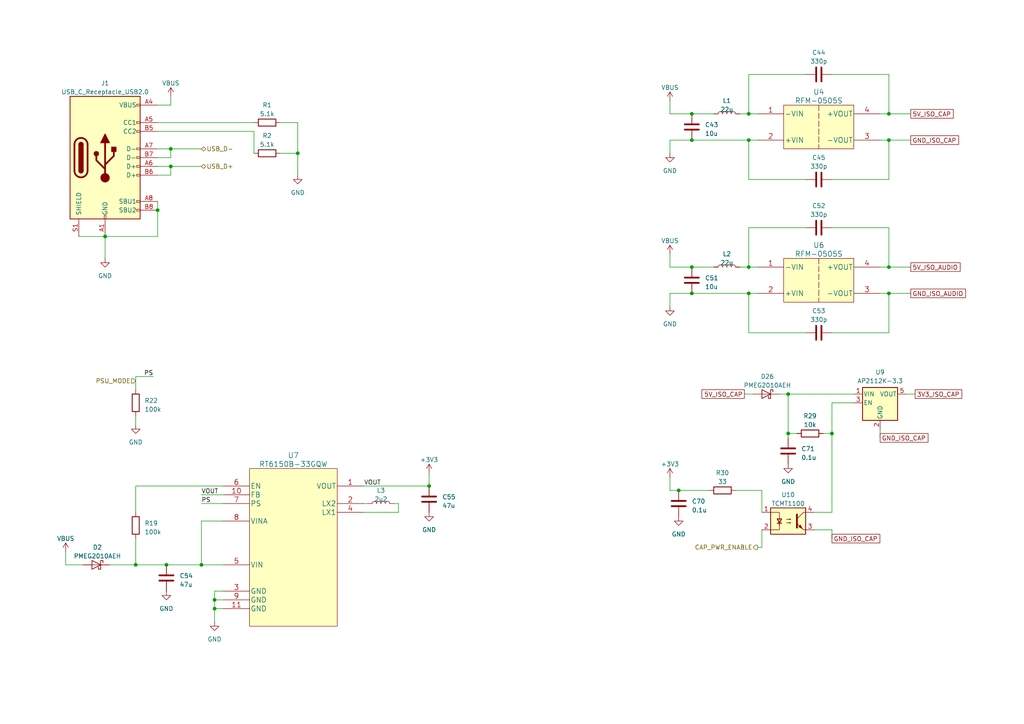
<source format=kicad_sch>
(kicad_sch (version 20230121) (generator eeschema)
  (paper "A4")
  (lib_symbols
    (symbol "2023-03-08_01-27-09:RFM-0505S" (pin_names (offset 0.254))
      (property "Reference" "U" (at 20.32 11.684 0))
      (property "Value" "RFM-0505S" (at 20.32 9.144 0))
      (symbol "RFM-0505S_1_1"
        (polyline (pts (xy 20.32 5.08) (xy 20.32 -7.62)) (stroke (width 0) (type dash)))
        (rectangle (start 10.16 5.08) (end 30.48 -7.62) (fill (type background)))
        (pin power_in line (at 2.54 2.54 0) (length 7.62) (name "-VIN") (number "1"))
        (pin power_in line (at 2.54 -5.08 0) (length 7.62) (name "+VIN") (number "2"))
        (pin power_out line (at 38.1 -5.08 180) (length 7.62) (name "-VOUT") (number "3"))
        (pin power_out line (at 38.1 2.54 180) (length 7.62) (name "+VOUT") (number "4"))
      )
    )
    (symbol "2023-03-08_23-59-12:RT6150B-33GQW" (pin_names (offset 0.254))
      (property "Reference" "U" (at 20.32 10.16 0))
      (property "Value" "RT6150B-33GQW" (at 20.32 7.62 0))
      (symbol "RT6150B-33GQW_1_1"
        (rectangle (start 7.62 5.08) (end 33.02 -40.64) (fill (type background)))
        (pin output line (at 40.64 0 180) (length 7.62) (name "VOUT") (number "1"))
        (pin input line (at 0 -2.54 0) (length 7.62) (name "FB") (number "10"))
        (pin power_in line (at 0 -35.56 0) (length 7.62) (name "GND") (number "11"))
        (pin unspecified line (at 40.64 -5.08 180) (length 7.62) (name "LX2") (number "2"))
        (pin power_in line (at 0 -30.48 0) (length 7.62) (name "GND") (number "3"))
        (pin unspecified line (at 40.64 -7.62 180) (length 7.62) (name "LX1") (number "4"))
        (pin power_in line (at 0 -22.86 0) (length 7.62) (name "VIN") (number "5"))
        (pin input line (at 0 0 0) (length 7.62) (name "EN") (number "6"))
        (pin input line (at 0 -5.08 0) (length 7.62) (name "PS") (number "7"))
        (pin input line (at 0 -10.16 0) (length 7.62) (name "VINA") (number "8"))
        (pin power_in line (at 0 -33.02 0) (length 7.62) (name "GND") (number "9"))
      )
    )
    (symbol "Connector:USB_C_Receptacle_USB2.0" (pin_names (offset 1.016))
      (property "Reference" "J" (at -10.16 19.05 0))
      (property "Value" "USB_C_Receptacle_USB2.0" (at 19.05 19.05 0))
      (symbol "USB_C_Receptacle_USB2.0_0_0"
        (rectangle (start -0.254 -17.78) (end 0.254 -16.764))
        (rectangle (start 10.16 -14.986) (end 9.144 -15.494))
        (rectangle (start 10.16 -12.446) (end 9.144 -12.954))
        (rectangle (start 10.16 -4.826) (end 9.144 -5.334))
        (rectangle (start 10.16 -2.286) (end 9.144 -2.794))
        (rectangle (start 10.16 0.254) (end 9.144 -0.254))
        (rectangle (start 10.16 2.794) (end 9.144 2.286))
        (rectangle (start 10.16 7.874) (end 9.144 7.366))
        (rectangle (start 10.16 10.414) (end 9.144 9.906))
        (rectangle (start 10.16 15.494) (end 9.144 14.986))
      )
      (symbol "USB_C_Receptacle_USB2.0_0_1"
        (rectangle (start -10.16 17.78) (end 10.16 -17.78) (stroke (width 0.254)) (fill (type background)))
        (arc (start -8.89 -3.81) (mid -6.985 -5.7067) (end -5.08 -3.81) (stroke (width 0.508)))
        (arc (start -7.62 -3.81) (mid -6.985 -4.4423) (end -6.35 -3.81) (stroke (width 0.254)))
        (arc (start -7.62 -3.81) (mid -6.985 -4.4423) (end -6.35 -3.81) (stroke (width 0.254)) (fill (type outline)))
        (rectangle (start -7.62 -3.81) (end -6.35 3.81) (stroke (width 0.254)) (fill (type outline)))
        (arc (start -6.35 3.81) (mid -6.985 4.4423) (end -7.62 3.81) (stroke (width 0.254)))
        (arc (start -6.35 3.81) (mid -6.985 4.4423) (end -7.62 3.81) (stroke (width 0.254)) (fill (type outline)))
        (arc (start -5.08 3.81) (mid -6.985 5.7067) (end -8.89 3.81) (stroke (width 0.508)))
        (circle (center -2.54 1.143) (radius 0.635) (stroke (width 0.254)) (fill (type outline)))
        (circle (center 0 -5.842) (radius 1.27) (fill (type outline)))
        (polyline (pts (xy -8.89 -3.81) (xy -8.89 3.81)) (stroke (width 0.508)))
        (polyline (pts (xy -5.08 3.81) (xy -5.08 -3.81)) (stroke (width 0.508)))
        (polyline (pts (xy 0 -5.842) (xy 0 4.318)) (stroke (width 0.508)))
        (polyline (pts (xy 0 -3.302) (xy -2.54 -0.762) (xy -2.54 0.508)) (stroke (width 0.508)))
        (polyline (pts (xy 0 -2.032) (xy 2.54 0.508) (xy 2.54 1.778)) (stroke (width 0.508)))
        (polyline (pts (xy -1.27 4.318) (xy 0 6.858) (xy 1.27 4.318) (xy -1.27 4.318)) (stroke (width 0.254)) (fill (type outline)))
        (rectangle (start 1.905 1.778) (end 3.175 3.048) (stroke (width 0.254)) (fill (type outline)))
      )
      (symbol "USB_C_Receptacle_USB2.0_1_1"
        (pin passive line (at 0 -22.86 90) (length 5.08) (name "GND") (number "A1"))
        (pin passive line (at 0 -22.86 90) (length 5.08) hide (name "GND") (number "A12"))
        (pin passive line (at 15.24 15.24 180) (length 5.08) (name "VBUS") (number "A4"))
        (pin bidirectional line (at 15.24 10.16 180) (length 5.08) (name "CC1") (number "A5"))
        (pin bidirectional line (at 15.24 -2.54 180) (length 5.08) (name "D+") (number "A6"))
        (pin bidirectional line (at 15.24 2.54 180) (length 5.08) (name "D-") (number "A7"))
        (pin bidirectional line (at 15.24 -12.7 180) (length 5.08) (name "SBU1") (number "A8"))
        (pin passive line (at 15.24 15.24 180) (length 5.08) hide (name "VBUS") (number "A9"))
        (pin passive line (at 0 -22.86 90) (length 5.08) hide (name "GND") (number "B1"))
        (pin passive line (at 0 -22.86 90) (length 5.08) hide (name "GND") (number "B12"))
        (pin passive line (at 15.24 15.24 180) (length 5.08) hide (name "VBUS") (number "B4"))
        (pin bidirectional line (at 15.24 7.62 180) (length 5.08) (name "CC2") (number "B5"))
        (pin bidirectional line (at 15.24 -5.08 180) (length 5.08) (name "D+") (number "B6"))
        (pin bidirectional line (at 15.24 0 180) (length 5.08) (name "D-") (number "B7"))
        (pin bidirectional line (at 15.24 -15.24 180) (length 5.08) (name "SBU2") (number "B8"))
        (pin passive line (at 15.24 15.24 180) (length 5.08) hide (name "VBUS") (number "B9"))
        (pin passive line (at -7.62 -22.86 90) (length 5.08) (name "SHIELD") (number "S1"))
      )
    )
    (symbol "Device:C" (pin_numbers hide) (pin_names (offset 0.254))
      (property "Reference" "C" (at 0.635 2.54 0))
      (property "Value" "C" (at 0.635 -2.54 0))
      (symbol "C_0_1"
        (polyline (pts (xy -2.032 -0.762) (xy 2.032 -0.762)) (stroke (width 0.508)))
        (polyline (pts (xy -2.032 0.762) (xy 2.032 0.762)) (stroke (width 0.508)))
      )
      (symbol "C_1_1"
        (pin passive line (at 0 3.81 270) (length 2.794) (name "~") (number "1"))
        (pin passive line (at 0 -3.81 90) (length 2.794) (name "~") (number "2"))
      )
    )
    (symbol "Device:L" (pin_numbers hide) (pin_names (offset 1.016) hide)
      (property "Reference" "L" (at -1.27 0 90))
      (property "Value" "L" (at 1.905 0 90))
      (symbol "L_0_1"
        (arc (start 0 -2.54) (mid 0.6323 -1.905) (end 0 -1.27))
        (arc (start 0 -1.27) (mid 0.6323 -0.635) (end 0 0))
        (arc (start 0 0) (mid 0.6323 0.635) (end 0 1.27))
        (arc (start 0 1.27) (mid 0.6323 1.905) (end 0 2.54))
      )
      (symbol "L_1_1"
        (pin passive line (at 0 3.81 270) (length 1.27) (name "1") (number "1"))
        (pin passive line (at 0 -3.81 90) (length 1.27) (name "2") (number "2"))
      )
    )
    (symbol "Device:R" (pin_numbers hide) (pin_names (offset 0))
      (property "Reference" "R" (at 2.032 0 90))
      (property "Value" "R" (at 0 0 90))
      (symbol "R_0_1"
        (rectangle (start -1.016 -2.54) (end 1.016 2.54) (stroke (width 0.254)))
      )
      (symbol "R_1_1"
        (pin passive line (at 0 3.81 270) (length 1.27) (name "~") (number "1"))
        (pin passive line (at 0 -3.81 90) (length 1.27) (name "~") (number "2"))
      )
    )
    (symbol "Diode:PMEG2010AEH" (pin_numbers hide) (pin_names hide)
      (property "Reference" "D" (at 0 2.54 0))
      (property "Value" "PMEG2010AEH" (at 0 -2.54 0))
      (symbol "PMEG2010AEH_0_1"
        (polyline (pts (xy 1.27 0) (xy -1.27 0)))
        (polyline (pts (xy 1.27 1.27) (xy 1.27 -1.27) (xy -1.27 0) (xy 1.27 1.27)) (stroke (width 0.2032)))
        (polyline (pts (xy -1.905 0.635) (xy -1.905 1.27) (xy -1.27 1.27) (xy -1.27 -1.27) (xy -0.635 -1.27) (xy -0.635 -0.635)) (stroke (width 0.2032)))
      )
      (symbol "PMEG2010AEH_1_1"
        (pin passive line (at -3.81 0 0) (length 2.54) (name "K") (number "1"))
        (pin passive line (at 3.81 0 180) (length 2.54) (name "A") (number "2"))
      )
    )
    (symbol "Isolator:TCMT1100" (pin_names (offset 1.016))
      (property "Reference" "U" (at 0 5.08 0))
      (property "Value" "TCMT1100" (at 0 -5.08 0))
      (symbol "TCMT1100_1_1"
        (rectangle (start -5.08 3.81) (end 5.08 -3.81) (stroke (width 0.254)) (fill (type background)))
        (polyline (pts (xy -3.175 -0.635) (xy -1.905 -0.635)) (stroke (width 0.254)))
        (polyline (pts (xy 2.54 0.635) (xy 4.445 2.54)))
        (polyline (pts (xy 4.445 -2.54) (xy 2.54 -0.635)) (fill (type outline)))
        (polyline (pts (xy 4.445 -2.54) (xy 5.08 -2.54)))
        (polyline (pts (xy 4.445 2.54) (xy 5.08 2.54)))
        (polyline (pts (xy -2.54 -0.635) (xy -2.54 -2.54) (xy -5.08 -2.54)))
        (polyline (pts (xy 2.54 1.905) (xy 2.54 -1.905) (xy 2.54 -1.905)) (stroke (width 0.508)))
        (polyline (pts (xy -5.08 2.54) (xy -2.54 2.54) (xy -2.54 -1.27) (xy -2.54 0.635)))
        (polyline (pts (xy -2.54 -0.635) (xy -3.175 0.635) (xy -1.905 0.635) (xy -2.54 -0.635)) (stroke (width 0.254)))
        (polyline (pts (xy -0.508 -0.508) (xy 0.762 -0.508) (xy 0.381 -0.635) (xy 0.381 -0.381) (xy 0.762 -0.508)))
        (polyline (pts (xy -0.508 0.508) (xy 0.762 0.508) (xy 0.381 0.381) (xy 0.381 0.635) (xy 0.762 0.508)))
        (polyline (pts (xy 3.048 -1.651) (xy 3.556 -1.143) (xy 4.064 -2.159) (xy 3.048 -1.651) (xy 3.048 -1.651)) (fill (type outline)))
        (pin passive line (at -7.62 2.54 0) (length 2.54) (name "~") (number "1"))
        (pin passive line (at -7.62 -2.54 0) (length 2.54) (name "~") (number "2"))
        (pin passive line (at 7.62 -2.54 180) (length 2.54) (name "~") (number "3"))
        (pin passive line (at 7.62 2.54 180) (length 2.54) (name "~") (number "4"))
      )
    )
    (symbol "Regulator_Linear:AP2112K-3.3" (pin_names (offset 0.254))
      (property "Reference" "U" (at -5.08 5.715 0))
      (property "Value" "AP2112K-3.3" (at 0 5.715 0))
      (symbol "AP2112K-3.3_0_1"
        (rectangle (start -5.08 4.445) (end 5.08 -5.08) (stroke (width 0.254)) (fill (type background)))
      )
      (symbol "AP2112K-3.3_1_1"
        (pin power_in line (at -7.62 2.54 0) (length 2.54) (name "VIN") (number "1"))
        (pin power_in line (at 0 -7.62 90) (length 2.54) (name "GND") (number "2"))
        (pin input line (at -7.62 0 0) (length 2.54) (name "EN") (number "3"))
        (pin no_connect line (at 5.08 0 180) (length 2.54) hide (name "NC") (number "4"))
        (pin power_out line (at 7.62 2.54 180) (length 2.54) (name "VOUT") (number "5"))
      )
    )
    (symbol "power:+3V3" (power) (pin_names (offset 0))
      (property "Value" "+3V3" (at 0 3.556 0))
      (symbol "+3V3_0_1"
        (polyline (pts (xy -0.762 1.27) (xy 0 2.54)))
        (polyline (pts (xy 0 0) (xy 0 2.54)))
        (polyline (pts (xy 0 2.54) (xy 0.762 1.27)))
      )
      (symbol "+3V3_1_1"
        (pin power_in line (at 0 0 90) (length 0) hide (name "+3V3") (number "1"))
      )
    )
    (symbol "power:GND" (power) (pin_names (offset 0))
      (property "Value" "GND" (at 0 -3.81 0))
      (symbol "GND_0_1"
        (polyline (pts (xy 0 0) (xy 0 -1.27) (xy 1.27 -1.27) (xy 0 -2.54) (xy -1.27 -1.27) (xy 0 -1.27)))
      )
      (symbol "GND_1_1"
        (pin power_in line (at 0 0 270) (length 0) hide (name "GND") (number "1"))
      )
    )
    (symbol "power:VBUS" (power) (pin_names (offset 0))
      (property "Value" "VBUS" (at 0 3.81 0))
      (symbol "VBUS_0_1"
        (polyline (pts (xy -0.762 1.27) (xy 0 2.54)))
        (polyline (pts (xy 0 0) (xy 0 2.54)))
        (polyline (pts (xy 0 2.54) (xy 0.762 1.27)))
      )
      (symbol "VBUS_1_1"
        (pin power_in line (at 0 0 90) (length 0) hide (name "VBUS") (number "1"))
      )
    )
  )
  (junction (at 49.53 43.18))
  (junction (at 200.66 33.02))
  (junction (at 49.53 48.26))
  (junction (at 200.66 77.47))
  (junction (at 62.23 176.53))
  (junction (at 124.46 140.97))
  (junction (at 217.17 85.09))
  (junction (at 228.6 125.73))
  (junction (at 196.85 142.24))
  (junction (at 48.26 163.83))
  (junction (at 58.42 163.83))
  (junction (at 30.48 68.58))
  (junction (at 257.81 40.64))
  (junction (at 241.3 125.73))
  (junction (at 217.17 77.47))
  (junction (at 257.81 77.47))
  (junction (at 217.17 40.64))
  (junction (at 228.6 114.3))
  (junction (at 200.66 40.64))
  (junction (at 217.17 33.02))
  (junction (at 257.81 33.02))
  (junction (at 45.72 60.96))
  (junction (at 86.36 44.45))
  (junction (at 39.37 163.83))
  (junction (at 62.23 173.99))
  (junction (at 200.66 85.09))
  (junction (at 257.81 85.09))
  (wire (pts (xy 64.77 151.13) (xy 58.42 151.13)))
  (wire (pts (xy 264.16 33.02) (xy 257.81 33.02)))
  (wire (pts (xy 39.37 148.59) (xy 39.37 140.97)))
  (wire (pts (xy 217.17 40.64) (xy 217.17 52.07)))
  (wire (pts (xy 105.41 140.97) (xy 124.46 140.97)))
  (wire (pts (xy 49.53 27.94) (xy 49.53 30.48)))
  (wire (pts (xy 200.66 40.64) (xy 217.17 40.64)))
  (wire (pts (xy 220.98 158.75) (xy 220.98 153.67)))
  (wire (pts (xy 86.36 35.56) (xy 86.36 44.45)))
  (wire (pts (xy 255.27 77.47) (xy 257.81 77.47)))
  (wire (pts (xy 215.9 114.3) (xy 218.44 114.3)))
  (wire (pts (xy 217.17 40.64) (xy 219.71 40.64)))
  (wire (pts (xy 217.17 52.07) (xy 233.68 52.07)))
  (wire (pts (xy 255.27 124.46) (xy 255.27 127)))
  (wire (pts (xy 194.31 40.64) (xy 200.66 40.64)))
  (wire (pts (xy 44.45 109.22) (xy 39.37 109.22)))
  (wire (pts (xy 219.71 158.75) (xy 220.98 158.75)))
  (wire (pts (xy 257.81 52.07) (xy 241.3 52.07)))
  (wire (pts (xy 39.37 163.83) (xy 48.26 163.83)))
  (wire (pts (xy 241.3 116.84) (xy 247.65 116.84)))
  (wire (pts (xy 217.17 85.09) (xy 217.17 96.52)))
  (wire (pts (xy 58.42 163.83) (xy 64.77 163.83)))
  (wire (pts (xy 45.72 58.42) (xy 45.72 60.96)))
  (wire (pts (xy 214.63 33.02) (xy 217.17 33.02)))
  (wire (pts (xy 257.81 96.52) (xy 241.3 96.52)))
  (wire (pts (xy 217.17 33.02) (xy 219.71 33.02)))
  (wire (pts (xy 124.46 140.97) (xy 124.46 137.16)))
  (wire (pts (xy 257.81 21.59) (xy 257.81 33.02)))
  (wire (pts (xy 255.27 33.02) (xy 257.81 33.02)))
  (wire (pts (xy 228.6 114.3) (xy 247.65 114.3)))
  (wire (pts (xy 58.42 146.05) (xy 64.77 146.05)))
  (wire (pts (xy 81.28 44.45) (xy 86.36 44.45)))
  (wire (pts (xy 226.06 114.3) (xy 228.6 114.3)))
  (wire (pts (xy 241.3 21.59) (xy 257.81 21.59)))
  (wire (pts (xy 19.05 163.83) (xy 24.13 163.83)))
  (wire (pts (xy 241.3 66.04) (xy 257.81 66.04)))
  (wire (pts (xy 194.31 33.02) (xy 200.66 33.02)))
  (wire (pts (xy 255.27 85.09) (xy 257.81 85.09)))
  (wire (pts (xy 196.85 142.24) (xy 194.31 142.24)))
  (wire (pts (xy 45.72 45.72) (xy 49.53 45.72)))
  (wire (pts (xy 73.66 38.1) (xy 73.66 44.45)))
  (wire (pts (xy 39.37 156.21) (xy 39.37 163.83)))
  (wire (pts (xy 194.31 138.43) (xy 194.31 142.24)))
  (wire (pts (xy 241.3 125.73) (xy 241.3 148.59)))
  (wire (pts (xy 45.72 68.58) (xy 30.48 68.58)))
  (wire (pts (xy 115.57 146.05) (xy 115.57 148.59)))
  (wire (pts (xy 220.98 142.24) (xy 213.36 142.24)))
  (wire (pts (xy 217.17 21.59) (xy 233.68 21.59)))
  (wire (pts (xy 205.74 142.24) (xy 196.85 142.24)))
  (wire (pts (xy 241.3 156.21) (xy 241.3 153.67)))
  (wire (pts (xy 45.72 35.56) (xy 73.66 35.56)))
  (wire (pts (xy 238.76 125.73) (xy 241.3 125.73)))
  (wire (pts (xy 45.72 30.48) (xy 49.53 30.48)))
  (wire (pts (xy 257.81 85.09) (xy 257.81 96.52)))
  (wire (pts (xy 241.3 148.59) (xy 236.22 148.59)))
  (wire (pts (xy 62.23 173.99) (xy 64.77 173.99)))
  (wire (pts (xy 194.31 88.9) (xy 194.31 85.09)))
  (wire (pts (xy 262.89 114.3) (xy 265.43 114.3)))
  (wire (pts (xy 228.6 114.3) (xy 228.6 125.73)))
  (wire (pts (xy 194.31 85.09) (xy 200.66 85.09)))
  (wire (pts (xy 62.23 176.53) (xy 62.23 180.34)))
  (wire (pts (xy 264.16 40.64) (xy 257.81 40.64)))
  (wire (pts (xy 217.17 77.47) (xy 219.71 77.47)))
  (wire (pts (xy 200.66 33.02) (xy 207.01 33.02)))
  (wire (pts (xy 115.57 146.05) (xy 114.3 146.05)))
  (wire (pts (xy 48.26 163.83) (xy 58.42 163.83)))
  (wire (pts (xy 241.3 153.67) (xy 236.22 153.67)))
  (wire (pts (xy 49.53 43.18) (xy 58.42 43.18)))
  (wire (pts (xy 30.48 68.58) (xy 30.48 74.93)))
  (wire (pts (xy 264.16 77.47) (xy 257.81 77.47)))
  (wire (pts (xy 217.17 96.52) (xy 233.68 96.52)))
  (wire (pts (xy 194.31 77.47) (xy 200.66 77.47)))
  (wire (pts (xy 86.36 44.45) (xy 86.36 50.8)))
  (wire (pts (xy 257.81 40.64) (xy 257.81 52.07)))
  (wire (pts (xy 217.17 33.02) (xy 217.17 21.59)))
  (wire (pts (xy 31.75 163.83) (xy 39.37 163.83)))
  (wire (pts (xy 200.66 77.47) (xy 207.01 77.47)))
  (wire (pts (xy 58.42 143.51) (xy 64.77 143.51)))
  (wire (pts (xy 62.23 171.45) (xy 62.23 173.99)))
  (wire (pts (xy 217.17 77.47) (xy 217.17 66.04)))
  (wire (pts (xy 257.81 66.04) (xy 257.81 77.47)))
  (wire (pts (xy 45.72 48.26) (xy 49.53 48.26)))
  (wire (pts (xy 45.72 60.96) (xy 45.72 68.58)))
  (wire (pts (xy 62.23 176.53) (xy 64.77 176.53)))
  (wire (pts (xy 217.17 85.09) (xy 219.71 85.09)))
  (wire (pts (xy 228.6 127) (xy 228.6 125.73)))
  (wire (pts (xy 217.17 66.04) (xy 233.68 66.04)))
  (wire (pts (xy 49.53 45.72) (xy 49.53 43.18)))
  (wire (pts (xy 39.37 140.97) (xy 64.77 140.97)))
  (wire (pts (xy 194.31 44.45) (xy 194.31 40.64)))
  (wire (pts (xy 58.42 151.13) (xy 58.42 163.83)))
  (wire (pts (xy 255.27 40.64) (xy 257.81 40.64)))
  (wire (pts (xy 30.48 68.58) (xy 22.86 68.58)))
  (wire (pts (xy 64.77 171.45) (xy 62.23 171.45)))
  (wire (pts (xy 45.72 50.8) (xy 49.53 50.8)))
  (wire (pts (xy 214.63 77.47) (xy 217.17 77.47)))
  (wire (pts (xy 49.53 50.8) (xy 49.53 48.26)))
  (wire (pts (xy 81.28 35.56) (xy 86.36 35.56)))
  (wire (pts (xy 241.3 125.73) (xy 241.3 116.84)))
  (wire (pts (xy 39.37 120.65) (xy 39.37 123.19)))
  (wire (pts (xy 45.72 38.1) (xy 73.66 38.1)))
  (wire (pts (xy 220.98 142.24) (xy 220.98 148.59)))
  (wire (pts (xy 194.31 29.21) (xy 194.31 33.02)))
  (wire (pts (xy 264.16 85.09) (xy 257.81 85.09)))
  (wire (pts (xy 45.72 43.18) (xy 49.53 43.18)))
  (wire (pts (xy 228.6 125.73) (xy 231.14 125.73)))
  (wire (pts (xy 39.37 109.22) (xy 39.37 113.03)))
  (wire (pts (xy 105.41 146.05) (xy 106.68 146.05)))
  (wire (pts (xy 49.53 48.26) (xy 58.42 48.26)))
  (wire (pts (xy 19.05 160.02) (xy 19.05 163.83)))
  (wire (pts (xy 115.57 148.59) (xy 105.41 148.59)))
  (wire (pts (xy 62.23 173.99) (xy 62.23 176.53)))
  (wire (pts (xy 194.31 73.66) (xy 194.31 77.47)))
  (wire (pts (xy 200.66 85.09) (xy 217.17 85.09)))
  (label "PS" (at 58.42 146.05 0))
  (label "VOUT" (at 110.49 140.97 180))
  (label "VOUT" (at 58.42 143.51 0))
  (label "PS" (at 44.45 109.22 180))
  (global_label "5V_ISO_CAP" (shape passive) (at 264.16 33.02 0) (property "Intersheetrefs" "${INTERSHEET_REFS}" (effects hide)))
  (global_label "GND_ISO_CAP" (shape passive) (at 264.16 40.64 0) (property "Intersheetrefs" "${INTERSHEET_REFS}" (effects hide)))
  (global_label "GND_ISO_CAP" (shape passive) (at 255.27 127 0) (property "Intersheetrefs" "${INTERSHEET_REFS}" (effects hide)))
  (global_label "GND_ISO_CAP" (shape passive) (at 241.3 156.21 0) (property "Intersheetrefs" "${INTERSHEET_REFS}" (effects hide)))
  (global_label "3V3_ISO_CAP" (shape passive) (at 265.43 114.3 0) (property "Intersheetrefs" "${INTERSHEET_REFS}" (effects hide)))
  (global_label "GND_ISO_AUDIO" (shape passive) (at 264.16 85.09 0) (property "Intersheetrefs" "${INTERSHEET_REFS}" (effects hide)))
  (global_label "5V_ISO_AUDIO" (shape passive) (at 264.16 77.47 0) (property "Intersheetrefs" "${INTERSHEET_REFS}" (effects hide)))
  (global_label "5V_ISO_CAP" (shape passive) (at 215.9 114.3 180) (property "Intersheetrefs" "${INTERSHEET_REFS}" (effects hide)))
  (hierarchical_label "CAP_PWR_ENABLE" (shape output) (at 219.71 158.75 180))
  (hierarchical_label "USB_D-" (shape bidirectional) (at 58.42 43.18 0))
  (hierarchical_label "PSU_MODE" (shape input) (at 39.37 110.49 180))
  (hierarchical_label "USB_D+" (shape bidirectional) (at 58.42 48.26 0))
  (symbol (lib_id "Device:L") (at 210.82 77.47 90) (unit 1)
    (property "Reference" "L2" (at 210.82 73.66 90))
    (property "Value" "22u" (at 210.82 76.2 90))
  )
  (symbol (lib_id "Diode:PMEG2010AEH") (at 27.94 163.83 0) (mirror y) (unit 1)
    (property "Reference" "D2" (at 28.2575 158.75 0))
    (property "Value" "PMEG2010AEH" (at 28.2575 161.29 0))
    (property "Footprint" "Diode_SMD:D_SOD-123F" (effects hide))
    (property "Datasheet" "https://assets.nexperia.com/documents/data-sheet/PMEG2010AEH_PMEG2010AET.pdf" (effects hide))
  )
  (symbol (lib_id "Isolator:TCMT1100") (at 228.6 151.13 0) (unit 1)
    (property "Reference" "U10" (at 228.6 143.51 0))
    (property "Value" "TCMT1100" (at 228.6 146.05 0))
    (property "Footprint" "Package_SO:SOP-4_4.4x2.6mm_P1.27mm" (effects hide))
    (property "Datasheet" "http://www.vishay.com/docs/83510/tcmt1100.pdf" (effects hide))
  )
  (symbol (lib_id "Device:C") (at 237.49 21.59 90) (unit 1)
    (property "Reference" "C44" (at 237.49 15.24 90))
    (property "Value" "330p" (at 237.49 17.78 90))
  )
  (symbol (lib_id "power:GND") (at 194.31 88.9 0) (unit 1)
    (property "Reference" "#PWR0127" (effects hide))
    (property "Value" "GND" (at 194.31 93.98 0))
  )
  (symbol (lib_id "2023-03-08_23-59-12:RT6150B-33GQW") (at 64.77 140.97 0) (unit 1)
    (property "Reference" "U7" (at 85.09 132.08 0) (effects (font (size 1.524 1.524))))
    (property "Value" "RT6150B-33GQW" (at 85.09 134.62 0) (effects (font (size 1.524 1.524))))
    (property "Footprint" "10-WFDFN-EP_RIT" (effects hide))
  )
  (symbol (lib_id "2023-03-08_01-27-09:RFM-0505S") (at 217.17 35.56 0) (unit 1)
    (property "Reference" "U4" (at 237.49 26.67 0) (effects (font (size 1.524 1.524))))
    (property "Value" "RFM-0505S" (at 237.49 29.21 0) (effects (font (size 1.524 1.524))))
    (property "Footprint" "RFM_RCP" (effects hide))
  )
  (symbol (lib_id "Device:R") (at 39.37 116.84 0) (unit 1)
    (property "Reference" "R22" (at 41.91 116.205 0) (effects (justify left)))
    (property "Value" "100k" (at 41.91 118.745 0) (effects (justify left)))
  )
  (symbol (lib_id "power:+3V3") (at 124.46 137.16 0) (unit 1)
    (property "Reference" "#PWR0128" (effects hide))
    (property "Value" "+3V3" (at 124.46 133.35 0))
  )
  (symbol (lib_id "Device:C") (at 237.49 66.04 90) (unit 1)
    (property "Reference" "C52" (at 237.49 59.69 90))
    (property "Value" "330p" (at 237.49 62.23 90))
  )
  (symbol (lib_id "power:GND") (at 196.85 149.86 0) (unit 1)
    (property "Reference" "#PWR0168" (effects hide))
    (property "Value" "GND" (at 196.85 154.94 0))
  )
  (symbol (lib_id "Device:C") (at 200.66 36.83 0) (unit 1)
    (property "Reference" "C43" (at 204.47 36.195 0) (effects (justify left)))
    (property "Value" "10u" (at 204.47 38.735 0) (effects (justify left)))
  )
  (symbol (lib_id "Device:R") (at 77.47 35.56 90) (unit 1)
    (property "Reference" "R1" (at 77.47 30.48 90))
    (property "Value" "5.1k" (at 77.47 33.02 90))
  )
  (symbol (lib_id "power:VBUS") (at 194.31 29.21 0) (unit 1)
    (property "Reference" "#PWR0115" (effects hide))
    (property "Value" "VBUS" (at 194.31 25.4 0))
  )
  (symbol (lib_id "Regulator_Linear:AP2112K-3.3") (at 255.27 116.84 0) (unit 1)
    (property "Reference" "U9" (at 255.27 107.95 0))
    (property "Value" "AP2112K-3.3" (at 255.27 110.49 0))
    (property "Footprint" "Package_TO_SOT_SMD:SOT-23-5" (effects hide))
    (property "Datasheet" "https://www.diodes.com/assets/Datasheets/AP2112.pdf" (effects hide))
  )
  (symbol (lib_id "power:GND") (at 39.37 123.19 0) (unit 1)
    (property "Reference" "#PWR0132" (effects hide))
    (property "Value" "GND" (at 39.37 128.27 0))
  )
  (symbol (lib_id "power:VBUS") (at 194.31 73.66 0) (unit 1)
    (property "Reference" "#PWR0126" (effects hide))
    (property "Value" "VBUS" (at 194.31 69.85 0))
  )
  (symbol (lib_id "Device:R") (at 209.55 142.24 90) (unit 1)
    (property "Reference" "R30" (at 209.55 137.16 90))
    (property "Value" "33" (at 209.55 139.7 90))
  )
  (symbol (lib_id "power:GND") (at 194.31 44.45 0) (unit 1)
    (property "Reference" "#PWR0114" (effects hide))
    (property "Value" "GND" (at 194.31 49.53 0))
  )
  (symbol (lib_id "power:GND") (at 124.46 148.59 0) (unit 1)
    (property "Reference" "#PWR0133" (effects hide))
    (property "Value" "GND" (at 124.46 153.67 0))
  )
  (symbol (lib_id "Device:C") (at 48.26 167.64 0) (unit 1)
    (property "Reference" "C54" (at 52.07 167.005 0) (effects (justify left)))
    (property "Value" "47u" (at 52.07 169.545 0) (effects (justify left)))
  )
  (symbol (lib_id "Device:C") (at 237.49 96.52 90) (unit 1)
    (property "Reference" "C53" (at 237.49 90.17 90))
    (property "Value" "330p" (at 237.49 92.71 90))
  )
  (symbol (lib_id "Device:C") (at 228.6 130.81 0) (unit 1)
    (property "Reference" "C71" (at 232.41 130.175 0) (effects (justify left)))
    (property "Value" "0.1u" (at 232.41 132.715 0) (effects (justify left)))
  )
  (symbol (lib_id "Device:R") (at 77.47 44.45 90) (unit 1)
    (property "Reference" "R2" (at 77.47 39.37 90))
    (property "Value" "5.1k" (at 77.47 41.91 90))
  )
  (symbol (lib_id "Connector:USB_C_Receptacle_USB2.0") (at 30.48 45.72 0) (unit 1)
    (property "Reference" "J1" (at 30.48 24.13 0))
    (property "Value" "USB_C_Receptacle_USB2.0" (at 30.48 26.67 0))
    (property "Datasheet" "https://www.usb.org/sites/default/files/documents/usb_type-c.zip" (effects hide))
  )
  (symbol (lib_id "Diode:PMEG2010AEH") (at 222.25 114.3 0) (mirror y) (unit 1)
    (property "Reference" "D26" (at 222.5675 109.22 0))
    (property "Value" "PMEG2010AEH" (at 222.5675 111.76 0))
    (property "Footprint" "Diode_SMD:D_SOD-123F" (effects hide))
    (property "Datasheet" "https://assets.nexperia.com/documents/data-sheet/PMEG2010AEH_PMEG2010AET.pdf" (effects hide))
  )
  (symbol (lib_id "power:+3V3") (at 194.31 138.43 0) (unit 1)
    (property "Reference" "#PWR0165" (effects hide))
    (property "Value" "+3V3" (at 194.31 134.62 0))
  )
  (symbol (lib_id "power:GND") (at 86.36 50.8 0) (unit 1)
    (property "Reference" "#PWR03" (effects hide))
    (property "Value" "GND" (at 86.36 55.88 0))
  )
  (symbol (lib_id "Device:L") (at 110.49 146.05 90) (unit 1)
    (property "Reference" "L3" (at 110.49 142.24 90))
    (property "Value" "2u2" (at 110.49 144.78 90))
  )
  (symbol (lib_id "Device:C") (at 196.85 146.05 0) (unit 1)
    (property "Reference" "C70" (at 200.66 145.415 0) (effects (justify left)))
    (property "Value" "0.1u" (at 200.66 147.955 0) (effects (justify left)))
  )
  (symbol (lib_id "power:GND") (at 48.26 171.45 0) (unit 1)
    (property "Reference" "#PWR0131" (effects hide))
    (property "Value" "GND" (at 48.26 176.53 0))
  )
  (symbol (lib_id "Device:L") (at 210.82 33.02 90) (unit 1)
    (property "Reference" "L1" (at 210.82 29.21 90))
    (property "Value" "22u" (at 210.82 31.75 90))
  )
  (symbol (lib_id "Device:R") (at 39.37 152.4 0) (unit 1)
    (property "Reference" "R19" (at 41.91 151.765 0) (effects (justify left)))
    (property "Value" "100k" (at 41.91 154.305 0) (effects (justify left)))
  )
  (symbol (lib_id "power:GND") (at 30.48 74.93 0) (unit 1)
    (property "Reference" "#PWR01" (effects hide))
    (property "Value" "GND" (at 30.48 80.01 0))
  )
  (symbol (lib_id "power:VBUS") (at 49.53 27.94 0) (unit 1)
    (property "Reference" "#PWR012" (effects hide))
    (property "Value" "VBUS" (at 49.53 24.13 0))
  )
  (symbol (lib_id "Device:C") (at 200.66 81.28 0) (unit 1)
    (property "Reference" "C51" (at 204.47 80.645 0) (effects (justify left)))
    (property "Value" "10u" (at 204.47 83.185 0) (effects (justify left)))
  )
  (symbol (lib_id "Device:C") (at 237.49 52.07 90) (unit 1)
    (property "Reference" "C45" (at 237.49 45.72 90))
    (property "Value" "330p" (at 237.49 48.26 90))
  )
  (symbol (lib_id "power:GND") (at 228.6 134.62 0) (unit 1)
    (property "Reference" "#PWR0169" (effects hide))
    (property "Value" "GND" (at 228.6 139.7 0))
  )
  (symbol (lib_id "2023-03-08_01-27-09:RFM-0505S") (at 217.17 80.01 0) (unit 1)
    (property "Reference" "U6" (at 237.49 71.12 0) (effects (font (size 1.524 1.524))))
    (property "Value" "RFM-0505S" (at 237.49 73.66 0) (effects (font (size 1.524 1.524))))
    (property "Footprint" "RFM_RCP" (effects hide))
  )
  (symbol (lib_id "Device:R") (at 234.95 125.73 90) (unit 1)
    (property "Reference" "R29" (at 234.95 120.65 90))
    (property "Value" "10k" (at 234.95 123.19 90))
  )
  (symbol (lib_id "Device:C") (at 124.46 144.78 0) (unit 1)
    (property "Reference" "C55" (at 128.27 144.145 0) (effects (justify left)))
    (property "Value" "47u" (at 128.27 146.685 0) (effects (justify left)))
  )
  (symbol (lib_id "power:VBUS") (at 19.05 160.02 0) (unit 1)
    (property "Reference" "#PWR0130" (effects hide))
    (property "Value" "VBUS" (at 19.05 156.21 0))
  )
  (symbol (lib_id "power:GND") (at 62.23 180.34 0) (unit 1)
    (property "Reference" "#PWR0129" (effects hide))
    (property "Value" "GND" (at 62.23 185.42 0))
  )
)
</source>
